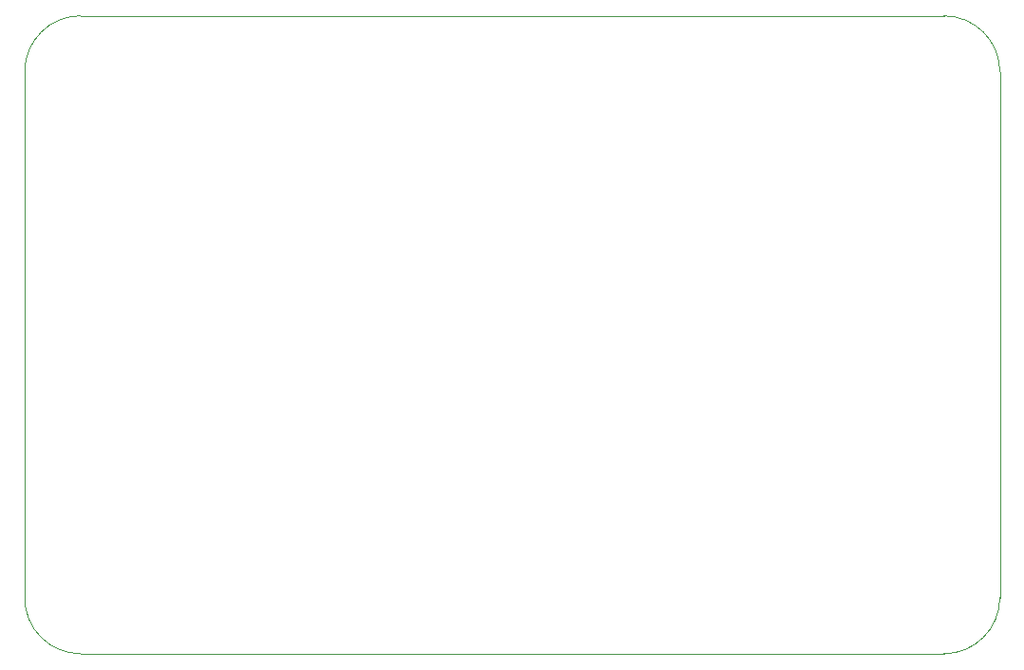
<source format=gbr>
%TF.GenerationSoftware,KiCad,Pcbnew,(5.1.6)-1*%
%TF.CreationDate,2021-09-26T22:49:30+03:00*%
%TF.ProjectId,emitter,656d6974-7465-4722-9e6b-696361645f70,rev?*%
%TF.SameCoordinates,Original*%
%TF.FileFunction,Profile,NP*%
%FSLAX46Y46*%
G04 Gerber Fmt 4.6, Leading zero omitted, Abs format (unit mm)*
G04 Created by KiCad (PCBNEW (5.1.6)-1) date 2021-09-26 22:49:30*
%MOMM*%
%LPD*%
G01*
G04 APERTURE LIST*
%TA.AperFunction,Profile*%
%ADD10C,0.050000*%
%TD*%
G04 APERTURE END LIST*
D10*
X141000000Y-125000000D02*
G75*
G02*
X136000000Y-130000000I-5000000J0D01*
G01*
X54000000Y-124000000D02*
X54000000Y-125000000D01*
X59000000Y-130000000D02*
G75*
G02*
X54000000Y-125000000I0J5000000D01*
G01*
X54000000Y-78000000D02*
G75*
G02*
X59000000Y-73000000I5000000J0D01*
G01*
X136000000Y-73000000D02*
G75*
G02*
X141000000Y-78000000I0J-5000000D01*
G01*
X54000000Y-124000000D02*
X54000000Y-78000000D01*
X136000000Y-130000000D02*
X59000000Y-130000000D01*
X141000000Y-78000000D02*
X141000000Y-125000000D01*
X59000000Y-73000000D02*
X136000000Y-73000000D01*
M02*

</source>
